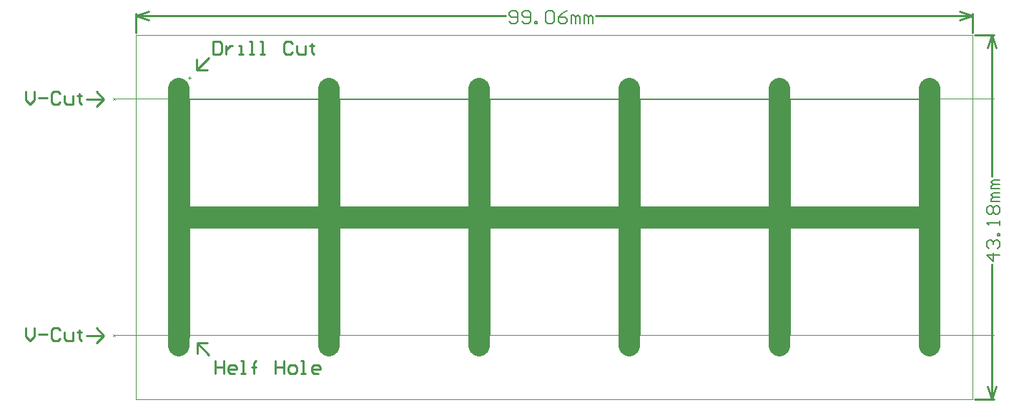
<source format=gm1>
%FSLAX25Y25*%
%MOIN*%
G70*
G01*
G75*
G04 Layer_Color=16711935*
%ADD10C,0.00400*%
%ADD11C,0.03000*%
%ADD12R,0.03600X0.04400*%
%ADD13R,0.02000X0.02400*%
%ADD14R,0.02400X0.02000*%
%ADD15C,0.00787*%
%ADD16R,0.01969X0.00787*%
%ADD17R,0.00787X0.01969*%
%ADD18R,0.04331X0.02362*%
%ADD19R,0.03937X0.03937*%
%ADD20R,0.02756X0.01181*%
%ADD21R,0.01181X0.02756*%
%ADD22C,0.00600*%
%ADD23C,0.00800*%
%ADD24C,0.13780*%
%ADD25P,0.04330X8X202.5*%
%ADD26P,0.04330X8X292.5*%
%ADD27C,0.02000*%
%ADD28R,0.07400X0.07400*%
%ADD29R,0.22000X0.22000*%
%ADD30R,0.00450X0.02200*%
%ADD31R,0.02200X0.00450*%
%ADD32R,0.04000X0.00800*%
%ADD33R,0.00450X0.01400*%
%ADD34R,0.00450X0.01400*%
%ADD35R,0.01400X0.00450*%
%ADD36R,0.01400X0.00450*%
%ADD37C,0.04000*%
%ADD38R,0.02362X0.09055*%
%ADD39R,0.09055X0.02362*%
%ADD40R,0.03150X0.23228*%
%ADD41R,0.23228X0.03150*%
%ADD42R,0.03900X0.04700*%
%ADD43R,0.02300X0.02700*%
%ADD44R,0.02700X0.02300*%
%ADD45R,0.02169X0.00987*%
%ADD46R,0.00987X0.02169*%
%ADD47R,0.04631X0.02662*%
%ADD48R,0.04237X0.04237*%
%ADD49R,0.02956X0.01381*%
%ADD50R,0.01381X0.02956*%
%ADD51C,0.14079*%
%ADD52C,0.00025*%
%ADD53C,0.00650*%
%ADD54C,0.00500*%
%ADD55R,0.01800X0.01402*%
%ADD56R,0.01400X0.01402*%
%ADD57R,0.01539X0.01261*%
G04:AMPARAMS|DCode=58|XSize=87.74mil|YSize=14mil|CornerRadius=0mil|HoleSize=0mil|Usage=FLASHONLY|Rotation=290.000|XOffset=0mil|YOffset=0mil|HoleType=Round|Shape=Rectangle|*
%AMROTATEDRECTD58*
4,1,4,-0.02158,0.03883,-0.00843,0.04362,0.02158,-0.03883,0.00843,-0.04362,-0.02158,0.03883,0.0*
%
%ADD58ROTATEDRECTD58*%

G04:AMPARAMS|DCode=59|XSize=47.59mil|YSize=12.42mil|CornerRadius=0mil|HoleSize=0mil|Usage=FLASHONLY|Rotation=250.000|XOffset=0mil|YOffset=0mil|HoleType=Round|Shape=Rectangle|*
%AMROTATEDRECTD59*
4,1,4,0.00230,0.02448,0.01397,0.02023,-0.00230,-0.02448,-0.01397,-0.02023,0.00230,0.02448,0.0*
%
%ADD59ROTATEDRECTD59*%

%ADD60R,0.06400X0.01400*%
%ADD61R,0.01400X0.13900*%
%ADD62R,0.09400X0.01400*%
%ADD63R,0.07900X0.01400*%
%ADD64R,0.12400X0.01400*%
G04:AMPARAMS|DCode=65|XSize=108mil|YSize=14mil|CornerRadius=0mil|HoleSize=0mil|Usage=FLASHONLY|Rotation=240.000|XOffset=0mil|YOffset=0mil|HoleType=Round|Shape=Rectangle|*
%AMROTATEDRECTD65*
4,1,4,0.02094,0.05027,0.03306,0.04327,-0.02094,-0.05027,-0.03306,-0.04327,0.02094,0.05027,0.0*
%
%ADD65ROTATEDRECTD65*%

G04:AMPARAMS|DCode=66|XSize=47.24mil|YSize=14mil|CornerRadius=0mil|HoleSize=0mil|Usage=FLASHONLY|Rotation=290.000|XOffset=0mil|YOffset=0mil|HoleType=Round|Shape=Rectangle|*
%AMROTATEDRECTD66*
4,1,4,-0.01466,0.01980,-0.00150,0.02459,0.01466,-0.01980,0.00150,-0.02459,-0.01466,0.01980,0.0*
%
%ADD66ROTATEDRECTD66*%

%ADD67R,0.01000X0.13900*%
G04:AMPARAMS|DCode=68|XSize=10mil|YSize=64.85mil|CornerRadius=0mil|HoleSize=0mil|Usage=FLASHONLY|Rotation=200.000|XOffset=0mil|YOffset=0mil|HoleType=Round|Shape=Rectangle|*
%AMROTATEDRECTD68*
4,1,4,-0.00639,0.03218,0.01579,-0.02876,0.00639,-0.03218,-0.01579,0.02876,-0.00639,0.03218,0.0*
%
%ADD68ROTATEDRECTD68*%

%ADD69R,0.01400X0.13900*%
%ADD70R,0.01212X0.00700*%
G04:AMPARAMS|DCode=71|XSize=0mil|YSize=14mil|CornerRadius=0mil|HoleSize=0mil|Usage=FLASHONLY|Rotation=60.000|XOffset=0mil|YOffset=0mil|HoleType=Round|Shape=Rectangle|*
%AMROTATEDRECTD71*
4,1,4,0.00606,-0.00350,-0.00606,0.00350,-0.00606,0.00350,0.00606,-0.00350,0.00606,-0.00350,0.0*
%
%ADD71ROTATEDRECTD71*%

%ADD72C,0.01000*%
%ADD73C,0.00100*%
%ADD74C,0.10000*%
%ADD75C,0.00200*%
D22*
X402599Y67405D02*
X396601D01*
X399600Y64406D01*
Y68405D01*
X397601Y70404D02*
X396601Y71404D01*
Y73403D01*
X397601Y74403D01*
X398600D01*
X399600Y73403D01*
Y72404D01*
Y73403D01*
X400600Y74403D01*
X401599D01*
X402599Y73403D01*
Y71404D01*
X401599Y70404D01*
X402599Y76402D02*
X401599D01*
Y77402D01*
X402599D01*
Y76402D01*
Y81401D02*
Y83400D01*
Y82400D01*
X396601D01*
X397601Y81401D01*
Y86399D02*
X396601Y87399D01*
Y89398D01*
X397601Y90398D01*
X398600D01*
X399600Y89398D01*
X400600Y90398D01*
X401599D01*
X402599Y89398D01*
Y87399D01*
X401599Y86399D01*
X400600D01*
X399600Y87399D01*
X398600Y86399D01*
X397601D01*
X399600Y87399D02*
Y89398D01*
X402599Y92397D02*
X398600D01*
Y93397D01*
X399600Y94397D01*
X402599D01*
X399600D01*
X398600Y95396D01*
X399600Y96396D01*
X402599D01*
Y98395D02*
X398600D01*
Y99395D01*
X399600Y100394D01*
X402599D01*
X399600D01*
X398600Y101394D01*
X399600Y102394D01*
X402599D01*
X173906Y176401D02*
X174906Y175401D01*
X176905D01*
X177905Y176401D01*
Y180399D01*
X176905Y181399D01*
X174906D01*
X173906Y180399D01*
Y179400D01*
X174906Y178400D01*
X177905D01*
X179904Y176401D02*
X180904Y175401D01*
X182903D01*
X183903Y176401D01*
Y180399D01*
X182903Y181399D01*
X180904D01*
X179904Y180399D01*
Y179400D01*
X180904Y178400D01*
X183903D01*
X185903Y175401D02*
Y176401D01*
X186902D01*
Y175401D01*
X185903D01*
X190901Y180399D02*
X191901Y181399D01*
X193900D01*
X194900Y180399D01*
Y176401D01*
X193900Y175401D01*
X191901D01*
X190901Y176401D01*
Y180399D01*
X200898Y181399D02*
X198898Y180399D01*
X196899Y178400D01*
Y176401D01*
X197899Y175401D01*
X199898D01*
X200898Y176401D01*
Y177400D01*
X199898Y178400D01*
X196899D01*
X202897Y175401D02*
Y179400D01*
X203897D01*
X204896Y178400D01*
Y175401D01*
Y178400D01*
X205896Y179400D01*
X206896Y178400D01*
Y175401D01*
X208895D02*
Y179400D01*
X209895D01*
X210894Y178400D01*
Y175401D01*
Y178400D01*
X211894Y179400D01*
X212894Y178400D01*
Y175401D01*
D72*
X391050Y0D02*
X400000D01*
X391050Y170000D02*
X400000D01*
X399000Y0D02*
Y62806D01*
Y103994D02*
Y170000D01*
Y0D02*
X401000Y6000D01*
X397000D02*
X399000Y0D01*
X397000Y164000D02*
X399000Y170000D01*
X401000Y164000D01*
X390000Y171050D02*
Y180000D01*
X0Y171050D02*
Y180000D01*
X214494Y179000D02*
X390000D01*
X0D02*
X172306D01*
X384000Y181000D02*
X390000Y179000D01*
X384000Y177000D02*
X390000Y179000D01*
X0D02*
X6000Y177000D01*
X0Y179000D02*
X6000Y181000D01*
X-22921Y29702D02*
X-14921D01*
X-18421Y26202D02*
X-14921Y29702D01*
X-18421Y33202D02*
X-14921Y29702D01*
X-18421Y143602D02*
X-14921Y140102D01*
X-18421Y136602D02*
X-14921Y140102D01*
X-22921D02*
X-14921D01*
X28410Y153549D02*
X33360D01*
X28410D02*
Y158499D01*
Y153549D02*
X34067Y159206D01*
X28549Y26390D02*
X34206Y20733D01*
X28549Y26390D02*
X33499D01*
X28549Y21440D02*
Y26390D01*
X-51421Y33200D02*
Y29201D01*
X-49422Y27202D01*
X-47422Y29201D01*
Y33200D01*
X-45423Y30201D02*
X-41424D01*
X-35426Y32200D02*
X-36426Y33200D01*
X-38425D01*
X-39425Y32200D01*
Y28201D01*
X-38425Y27202D01*
X-36426D01*
X-35426Y28201D01*
X-33427Y31200D02*
Y28201D01*
X-32427Y27202D01*
X-29428D01*
Y31200D01*
X-26429Y32200D02*
Y31200D01*
X-27429D01*
X-25429D01*
X-26429D01*
Y28201D01*
X-25429Y27202D01*
X-51421Y143600D02*
Y139601D01*
X-49422Y137602D01*
X-47422Y139601D01*
Y143600D01*
X-45423Y140601D02*
X-41424D01*
X-35426Y142600D02*
X-36426Y143600D01*
X-38425D01*
X-39425Y142600D01*
Y138601D01*
X-38425Y137602D01*
X-36426D01*
X-35426Y138601D01*
X-33427Y141600D02*
Y138601D01*
X-32427Y137602D01*
X-29428D01*
Y141600D01*
X-26429Y142600D02*
Y141600D01*
X-27429D01*
X-25429D01*
X-26429D01*
Y138601D01*
X-25429Y137602D01*
X36000Y166998D02*
Y161000D01*
X38999D01*
X39999Y162000D01*
Y165998D01*
X38999Y166998D01*
X36000D01*
X41998Y164999D02*
Y161000D01*
Y162999D01*
X42998Y163999D01*
X43997Y164999D01*
X44997D01*
X47996Y161000D02*
X49995D01*
X48996D01*
Y164999D01*
X47996D01*
X52995Y161000D02*
X54994D01*
X53994D01*
Y166998D01*
X52995D01*
X57993Y161000D02*
X59992D01*
X58993D01*
Y166998D01*
X57993D01*
X72988Y165998D02*
X71988Y166998D01*
X69989D01*
X68989Y165998D01*
Y162000D01*
X69989Y161000D01*
X71988D01*
X72988Y162000D01*
X74987Y164999D02*
Y162000D01*
X75987Y161000D01*
X78986D01*
Y164999D01*
X81985Y165998D02*
Y164999D01*
X80985D01*
X82985D01*
X81985D01*
Y162000D01*
X82985Y161000D01*
X37000Y17998D02*
Y12000D01*
Y14999D01*
X40999D01*
Y17998D01*
Y12000D01*
X45997D02*
X43998D01*
X42998Y13000D01*
Y14999D01*
X43998Y15999D01*
X45997D01*
X46997Y14999D01*
Y13999D01*
X42998D01*
X48996Y12000D02*
X50995D01*
X49996D01*
Y17998D01*
X48996D01*
X54994Y12000D02*
Y16998D01*
Y14999D01*
X53995D01*
X55994D01*
X54994D01*
Y16998D01*
X55994Y17998D01*
X64991D02*
Y12000D01*
Y14999D01*
X68990D01*
Y17998D01*
Y12000D01*
X71989D02*
X73988D01*
X74988Y13000D01*
Y14999D01*
X73988Y15999D01*
X71989D01*
X70989Y14999D01*
Y13000D01*
X71989Y12000D01*
X76987D02*
X78986D01*
X77987D01*
Y17998D01*
X76987D01*
X84984Y12000D02*
X82985D01*
X81985Y13000D01*
Y14999D01*
X82985Y15999D01*
X84984D01*
X85984Y14999D01*
Y13999D01*
X81985D01*
D73*
X-10000Y29800D02*
X400000D01*
X-10500Y29300D02*
X-9500Y30300D01*
X-10500D02*
X-9500Y29300D01*
X-10500Y140700D02*
X-9500Y139700D01*
X-10500D02*
X-9500Y140700D01*
X-10000Y140200D02*
X400000D01*
X0Y170000D02*
X390000D01*
Y0D02*
Y170000D01*
X0Y0D02*
X390000D01*
X0D02*
Y170000D01*
X24293Y150000D02*
X25707D01*
X25000Y149293D02*
Y150707D01*
X24293Y29800D02*
X25707D01*
X25000Y29093D02*
Y30507D01*
D74*
X20000Y85000D02*
X370000D01*
X20000Y25000D02*
Y145000D01*
X90000Y25000D02*
Y145000D01*
X160000Y25000D02*
Y145000D01*
X230000Y25000D02*
Y145000D01*
X300000Y25000D02*
Y145000D01*
X370000Y25000D02*
Y145000D01*
D75*
X25000Y90000D02*
X85000D01*
Y140000D01*
X25000D02*
X85000D01*
X25000Y90000D02*
Y140000D01*
X95000Y90000D02*
X155000D01*
Y140000D01*
X95000D02*
X155000D01*
X95000Y90000D02*
Y140000D01*
X165000Y90000D02*
X225001D01*
Y140000D01*
X165000D02*
X225001D01*
X165000Y90000D02*
Y140000D01*
X235000Y90000D02*
X295001D01*
Y140000D01*
X235000D02*
X295001D01*
X235000Y90000D02*
Y140000D01*
X305000Y90000D02*
X365001D01*
Y140000D01*
X305000D02*
X365001D01*
X305000Y90000D02*
Y140000D01*
X365000Y80000D02*
X305000D01*
Y30000D01*
X365000D02*
X305000D01*
X365000Y80000D02*
Y30000D01*
X295000Y80000D02*
X235000D01*
Y30000D01*
X295000D02*
X235000D01*
X295000Y80000D02*
Y30000D01*
X225000Y80000D02*
X165000D01*
Y30000D01*
X225000D02*
X165000D01*
X225000Y80000D02*
Y30000D01*
X155000Y80000D02*
X95000D01*
Y30000D01*
X155000D02*
X95000D01*
X155000Y80000D02*
Y30000D01*
X85000Y80000D02*
X25000D01*
Y30000D01*
X85000D02*
X25000D01*
X85000Y80000D02*
Y30000D01*
M02*

</source>
